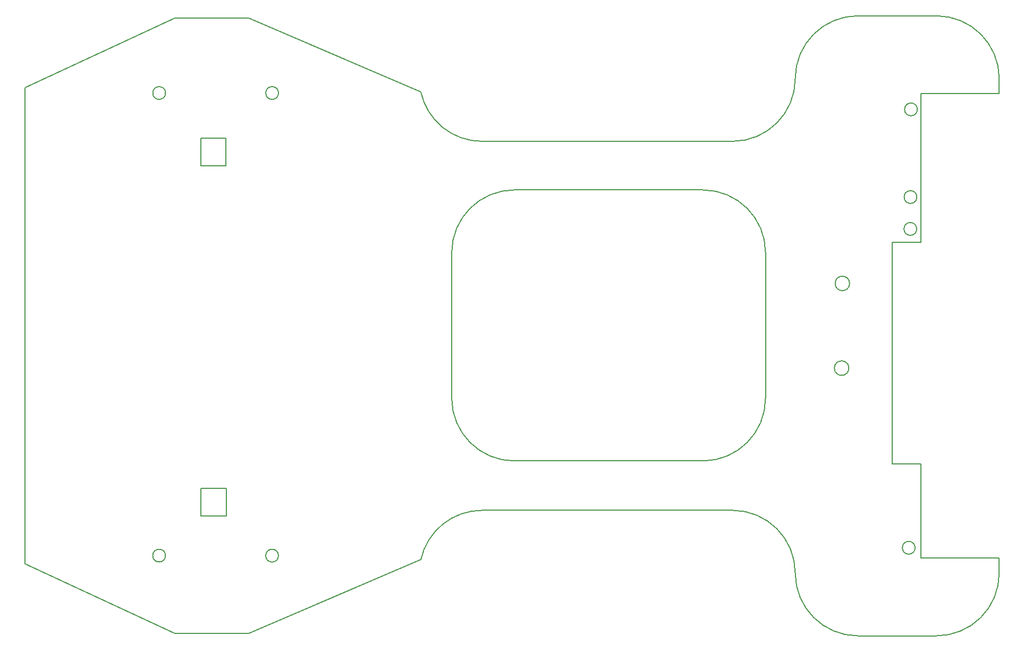
<source format=gm1>
G04 #@! TF.GenerationSoftware,KiCad,Pcbnew,(5.1.6)-1*
G04 #@! TF.CreationDate,2021-11-01T01:40:41-07:00*
G04 #@! TF.ProjectId,seguilineas,73656775-696c-4696-9e65-61732e6b6963,rev?*
G04 #@! TF.SameCoordinates,Original*
G04 #@! TF.FileFunction,Profile,NP*
%FSLAX46Y46*%
G04 Gerber Fmt 4.6, Leading zero omitted, Abs format (unit mm)*
G04 Created by KiCad (PCBNEW (5.1.6)-1) date 2021-11-01 01:40:41*
%MOMM*%
%LPD*%
G01*
G04 APERTURE LIST*
G04 #@! TA.AperFunction,Profile*
%ADD10C,0.150000*%
G04 #@! TD*
G04 #@! TA.AperFunction,Profile*
%ADD11C,0.200000*%
G04 #@! TD*
G04 APERTURE END LIST*
D10*
X103500000Y-113620000D02*
X103500000Y-109250000D01*
X103500000Y-109250000D02*
X107520000Y-109250000D01*
X107520000Y-109250000D02*
X107520000Y-113620000D01*
X107520000Y-113620000D02*
X103500000Y-113620000D01*
X107510000Y-57810000D02*
X103490000Y-57810000D01*
X107510000Y-53440000D02*
X107510000Y-57810000D01*
X103490000Y-53440000D02*
X107510000Y-53440000D01*
X103490000Y-57810000D02*
X103490000Y-53440000D01*
D11*
X206741019Y-90079592D02*
G75*
G03*
X206741019Y-90079592I-1150000J0D01*
G01*
X75480000Y-121259384D02*
X99340000Y-132344692D01*
X75480000Y-45430000D02*
X75480000Y-121259384D01*
X218197973Y-105344692D02*
X213610000Y-105344692D01*
X218197973Y-120344692D02*
X218197973Y-105344692D01*
X213610000Y-70060000D02*
X213610000Y-105344692D01*
X218197973Y-70060000D02*
X213610000Y-70060000D01*
X218197973Y-46344692D02*
X218197973Y-70060000D01*
X111150000Y-132344692D02*
X138542281Y-120610004D01*
X208197973Y-33949381D02*
X220697973Y-33949381D01*
X217294540Y-118706807D02*
G75*
G03*
X217294540Y-118706807I-1016000J0D01*
G01*
X115863366Y-119958747D02*
G75*
G03*
X115863366Y-119958747I-1016000J0D01*
G01*
X220697973Y-33949381D02*
G75*
G02*
X230697973Y-43949381I0J-10000000D01*
G01*
X198197973Y-43949381D02*
G75*
G02*
X188197973Y-53949381I-10000000J0D01*
G01*
X148312803Y-53949381D02*
X188197973Y-53949381D01*
X230697973Y-120344692D02*
X218197973Y-120344692D01*
X230697973Y-43949381D02*
X230697973Y-46344692D01*
X148312803Y-53949381D02*
G75*
G02*
X138542281Y-46079381I0J10000000D01*
G01*
X111150000Y-34344692D02*
X138542281Y-46079381D01*
X99340000Y-34344692D02*
X111150000Y-34344692D01*
X198197973Y-43949381D02*
G75*
G02*
X208197973Y-33949381I10000000J0D01*
G01*
X230697972Y-122740004D02*
G75*
G02*
X220697973Y-132740003I-9999999J0D01*
G01*
X218197973Y-46344692D02*
X230697973Y-46344692D01*
X230697973Y-122740004D02*
X230697973Y-120344692D01*
X138542281Y-120610004D02*
G75*
G02*
X148312803Y-112740004I9770522J-2130000D01*
G01*
X97863366Y-119958747D02*
G75*
G03*
X97863366Y-119958747I-1016000J0D01*
G01*
X99340000Y-132344692D02*
X111150000Y-132344692D01*
X75480000Y-45430000D02*
X99340000Y-34344692D01*
X188197973Y-112740004D02*
X148312803Y-112740004D01*
X193465643Y-94870004D02*
G75*
G02*
X183465643Y-104870004I-10000000J0D01*
G01*
X193465643Y-94870004D02*
X193465643Y-71689692D01*
X183465643Y-61689692D02*
X153465643Y-61689692D01*
X143465643Y-71689692D02*
G75*
G02*
X153465643Y-61689692I10000000J0D01*
G01*
X153465643Y-104870004D02*
G75*
G02*
X143465643Y-94870004I0J10000000D01*
G01*
X208197973Y-132740004D02*
G75*
G02*
X198197973Y-122740004I0J10000000D01*
G01*
X115863366Y-46246079D02*
G75*
G03*
X115863366Y-46246079I-1016000J0D01*
G01*
X97863366Y-46246079D02*
G75*
G03*
X97863366Y-46246079I-1016000J0D01*
G01*
X217578654Y-62827528D02*
G75*
G03*
X217578654Y-62827528I-1016000J0D01*
G01*
X183465643Y-61689692D02*
G75*
G02*
X193465643Y-71689692I0J-10000000D01*
G01*
X208197973Y-132740003D02*
X220697973Y-132740003D01*
X217656462Y-48857745D02*
G75*
G03*
X217656462Y-48857745I-1016000J0D01*
G01*
X143465643Y-71689692D02*
X143465643Y-94870004D01*
X188197973Y-112740004D02*
G75*
G02*
X198197973Y-122740004I0J-10000000D01*
G01*
X217554256Y-67907471D02*
G75*
G03*
X217554256Y-67907471I-1016000J0D01*
G01*
X206856980Y-76588620D02*
G75*
G03*
X206856980Y-76588620I-1150000J0D01*
G01*
X153465643Y-104870004D02*
X183465643Y-104870004D01*
M02*

</source>
